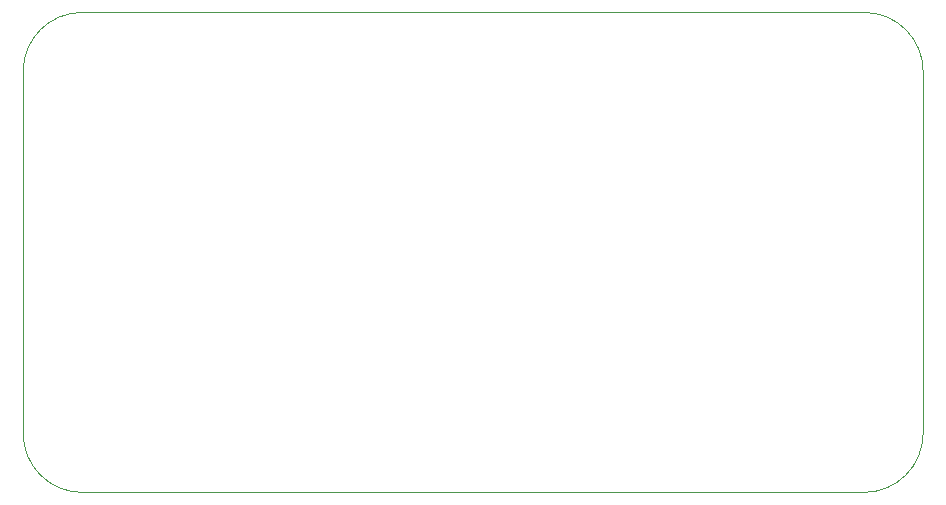
<source format=gm1>
G04 #@! TF.GenerationSoftware,KiCad,Pcbnew,7.0.8*
G04 #@! TF.CreationDate,2023-10-22T13:22:11+01:00*
G04 #@! TF.ProjectId,Badge,42616467-652e-46b6-9963-61645f706362,rev?*
G04 #@! TF.SameCoordinates,Original*
G04 #@! TF.FileFunction,Profile,NP*
%FSLAX46Y46*%
G04 Gerber Fmt 4.6, Leading zero omitted, Abs format (unit mm)*
G04 Created by KiCad (PCBNEW 7.0.8) date 2023-10-22 13:22:11*
%MOMM*%
%LPD*%
G01*
G04 APERTURE LIST*
G04 #@! TA.AperFunction,Profile*
%ADD10C,0.100000*%
G04 #@! TD*
G04 APERTURE END LIST*
D10*
X152400000Y-30400000D02*
G75*
G03*
X147400000Y-25400000I-5000000J0D01*
G01*
X147400000Y-66040000D02*
G75*
G03*
X152400000Y-61040000I0J5000000D01*
G01*
X76200000Y-61040000D02*
G75*
G03*
X81200000Y-66040000I5000000J0D01*
G01*
X152400000Y-30400000D02*
X152400000Y-61040000D01*
X147400000Y-66040000D02*
X81200000Y-66040000D01*
X76200000Y-61040000D02*
X76200000Y-30400000D01*
X81200000Y-25400000D02*
X147400000Y-25400000D01*
X81200000Y-25400000D02*
G75*
G03*
X76200000Y-30400000I0J-5000000D01*
G01*
M02*

</source>
